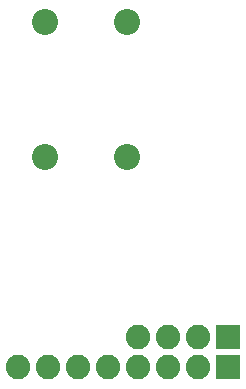
<source format=gbr>
G04 EAGLE Gerber RS-274X export*
G75*
%MOMM*%
%FSLAX34Y34*%
%LPD*%
%INSoldermask Bottom*%
%IPPOS*%
%AMOC8*
5,1,8,0,0,1.08239X$1,22.5*%
G01*
%ADD10R,2.082800X2.082800*%
%ADD11C,2.082800*%
%ADD12C,2.203200*%


D10*
X190500Y38100D03*
D11*
X165100Y38100D03*
X139700Y38100D03*
X114300Y38100D03*
D10*
X190500Y12700D03*
D11*
X165100Y12700D03*
X139700Y12700D03*
X114300Y12700D03*
X88900Y12700D03*
X63500Y12700D03*
X38100Y12700D03*
X12700Y12700D03*
D12*
X35000Y190500D03*
X105000Y190500D03*
X35000Y304800D03*
X105000Y304800D03*
M02*

</source>
